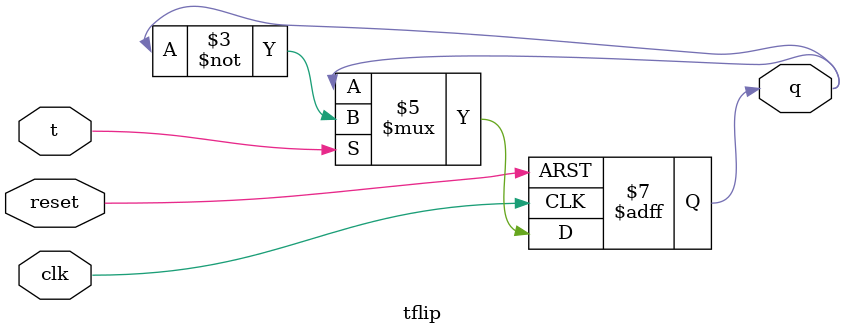
<source format=v>
module dflip(d,clk,reset,q);
    input d,clk,reset;
    output reg q;

    always@(posedge clk or negedge reset)
    begin
        if(reset == 1'b0)
        q <= 1'b0;
        else
        q <= d;
    end
endmodule

module jkflip(j,k,clk,reset,q);
    input j,k,clk,reset;
    output reg q;

    always @(posedge clk or negedge reset) 
    begin
        if(reset == 1'b0)
        q <= 1'b0;
        else
        q <= (j&(~q)) | (k&q);
    end
endmodule

module tflip(t,clk,reset,q);

    input  t,clk,reset;
    output reg  q;

    always @ (posedge clk or negedge reset) begin
        if (reset == 1'b0)
            q <= 1'b0;
        else
    	if (t)
      		q <= ~q;
    	else
      		q <= q;
    end
endmodule
</source>
